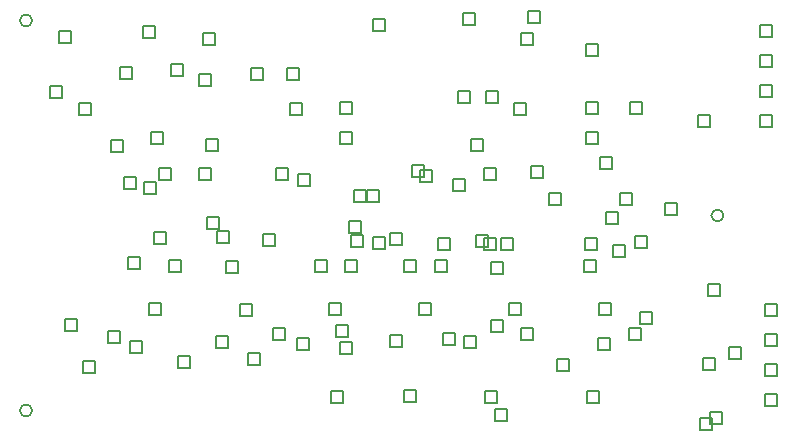
<source format=gbr>
%TF.GenerationSoftware,Altium Limited,Altium Designer,21.1.1 (26)*%
G04 Layer_Color=2752767*
%FSLAX26Y26*%
%MOIN*%
%TF.SameCoordinates,5075B572-C75D-40FD-B4B0-80468548393A*%
%TF.FilePolarity,Positive*%
%TF.FileFunction,Drawing*%
%TF.Part,Single*%
G01*
G75*
%TA.AperFunction,NonConductor*%
%ADD52C,0.005000*%
%ADD78C,0.006667*%
D52*
X2996920Y1426125D02*
Y1466125D01*
X3036920D01*
Y1426125D01*
X2996920D01*
X2856000Y1696000D02*
Y1736000D01*
X2896000D01*
Y1696000D01*
X2856000D01*
X835000Y2270000D02*
Y2310000D01*
X875000D01*
Y2270000D01*
X835000D01*
X1595000Y2145000D02*
Y2185000D01*
X1635000D01*
Y2145000D01*
X1595000D01*
X1772034Y1932598D02*
Y1972598D01*
X1812034D01*
Y1932598D01*
X1772034D01*
Y2034962D02*
Y2074962D01*
X1812034D01*
Y2034962D01*
X1772034D01*
X1817617Y1740617D02*
Y1780617D01*
X1857617D01*
Y1740617D01*
X1817617D01*
X1475000Y2145000D02*
Y2185000D01*
X1515000D01*
Y2145000D01*
X1475000D01*
X2682000Y1556500D02*
Y1596500D01*
X2722000D01*
Y1556500D01*
X2682000D01*
X2590000Y1580000D02*
Y1620000D01*
X2630000D01*
Y1580000D01*
X2590000D01*
X2375000Y1281117D02*
Y1321117D01*
X2415000D01*
Y1281117D01*
X2375000D01*
X2755000Y1585476D02*
Y1625476D01*
X2795000D01*
Y1585476D01*
X2755000D01*
X2659858Y1665500D02*
Y1705500D01*
X2699858D01*
Y1665500D01*
X2659858D01*
X2334416Y1362333D02*
Y1402333D01*
X2374416D01*
Y1362333D01*
X2334416D01*
X2275000Y1305000D02*
Y1345000D01*
X2315000D01*
Y1305000D01*
X2275000D01*
X2090000Y1508000D02*
Y1548000D01*
X2130000D01*
Y1508000D01*
X2090000D01*
X2034562Y1362333D02*
Y1402333D01*
X2074562D01*
Y1362333D01*
X2034562D01*
X855824Y1310552D02*
Y1350552D01*
X895824D01*
Y1310552D01*
X855824D01*
X1072063Y1236897D02*
Y1276897D01*
X1112063D01*
Y1236897D01*
X1072063D01*
X805000Y2085000D02*
Y2125000D01*
X845000D01*
Y2085000D01*
X805000D01*
X1120000Y1765000D02*
Y1805000D01*
X1160000D01*
Y1765000D01*
X1120000D01*
X2634268Y1362333D02*
Y1402333D01*
X2674268D01*
Y1362333D01*
X2634268D01*
X1803368Y1637159D02*
Y1677159D01*
X1843368D01*
Y1637159D01*
X1803368D01*
X1734708Y1362333D02*
Y1402333D01*
X1774708D01*
Y1362333D01*
X1734708D01*
X2495000Y1175000D02*
Y1215000D01*
X2535000D01*
Y1175000D01*
X2495000D01*
X2735000Y1281117D02*
Y1321117D01*
X2775000D01*
Y1281117D01*
X2735000D01*
X2631279Y1246236D02*
Y1286236D01*
X2671279D01*
Y1246236D01*
X2631279D01*
X2585000Y1505000D02*
Y1545000D01*
X2625000D01*
Y1505000D01*
X2585000D01*
X2275205Y1499535D02*
Y1539535D01*
X2315205D01*
Y1499535D01*
X2275205D01*
X2310000Y1581500D02*
Y1621500D01*
X2350000D01*
Y1581500D01*
X2310000D01*
X2251761Y1812658D02*
Y1852658D01*
X2291761D01*
Y1812658D01*
X2251761D01*
X2253162Y1578488D02*
Y1618488D01*
X2293162D01*
Y1578488D01*
X2253162D01*
X2226500Y1591000D02*
Y1631000D01*
X2266500D01*
Y1591000D01*
X2226500D01*
X2011088Y1824525D02*
Y1864525D01*
X2051088D01*
Y1824525D01*
X2011088D01*
X2039000Y1806000D02*
Y1846000D01*
X2079000D01*
Y1806000D01*
X2039000D01*
X1302000Y1812000D02*
Y1852000D01*
X1342000D01*
Y1812000D01*
X1302000D01*
X1168917Y1812469D02*
Y1852469D01*
X1208917D01*
Y1812469D01*
X1168917D01*
X1629500Y1245779D02*
Y1285779D01*
X1669500D01*
Y1245779D01*
X1629500D01*
X1550000Y1281117D02*
Y1321117D01*
X1590000D01*
Y1281117D01*
X1550000D01*
X2705000Y1730000D02*
Y1770000D01*
X2745000D01*
Y1730000D01*
X2705000D01*
X1438500Y1361254D02*
Y1401254D01*
X1478500D01*
Y1361254D01*
X1438500D01*
X1135000Y1362333D02*
Y1402333D01*
X1175000D01*
Y1362333D01*
X1135000D01*
X915070Y1169854D02*
Y1209854D01*
X955070D01*
Y1169854D01*
X915070D01*
X1771466Y1232258D02*
Y1272258D01*
X1811466D01*
Y1232258D01*
X1771466D01*
X1940000Y1255000D02*
Y1295000D01*
X1980000D01*
Y1255000D01*
X1940000D01*
X2113634Y1264085D02*
Y1304085D01*
X2153634D01*
Y1264085D01*
X2113634D01*
X2184373Y1253558D02*
Y1293558D01*
X2224373D01*
Y1253558D01*
X2184373D01*
X3067842Y1215224D02*
Y1255224D01*
X3107842D01*
Y1215224D01*
X3067842D01*
X2983000Y1181000D02*
Y1221000D01*
X3023000D01*
Y1181000D01*
X2983000D01*
X2163711Y2070641D02*
Y2110641D01*
X2203711D01*
Y2070641D01*
X2163711D01*
X2100000Y1580000D02*
Y1620000D01*
X2140000D01*
Y1580000D01*
X2100000D01*
X1985000Y1505000D02*
Y1545000D01*
X2025000D01*
Y1505000D01*
X1985000D01*
X1690000D02*
Y1545000D01*
X1730000D01*
Y1505000D01*
X1690000D01*
X1464174Y1195000D02*
Y1235000D01*
X1504174D01*
Y1195000D01*
X1464174D01*
X1360000Y1253560D02*
Y1293560D01*
X1400000D01*
Y1253560D01*
X1360000D01*
X1233342Y1185866D02*
Y1225866D01*
X1273342D01*
Y1185866D01*
X1233342D01*
X1391215Y1504822D02*
Y1544822D01*
X1431215D01*
Y1504822D01*
X1391215D01*
X998901Y1268988D02*
Y1308988D01*
X1038901D01*
Y1268988D01*
X998901D01*
X1300340Y2126500D02*
Y2166500D01*
X1340340D01*
Y2126500D01*
X1300340D01*
X1210000Y2160000D02*
Y2200000D01*
X1250000D01*
Y2160000D01*
X1210000D01*
X1038808Y2150000D02*
Y2190000D01*
X1078808D01*
Y2150000D01*
X1038808D01*
X1053000Y1782000D02*
Y1822000D01*
X1093000D01*
Y1782000D01*
X1053000D01*
X1010000Y1905000D02*
Y1945000D01*
X1050000D01*
Y1905000D01*
X1010000D01*
X902152Y2031207D02*
Y2071207D01*
X942152D01*
Y2031207D01*
X902152D01*
X1605000Y2030000D02*
Y2070000D01*
X1645000D01*
Y2030000D01*
X1605000D01*
X1325000Y1910000D02*
Y1950000D01*
X1365000D01*
Y1910000D01*
X1325000D01*
X1115000Y2285000D02*
Y2325000D01*
X1155000D01*
Y2285000D01*
X1115000D01*
X1064777Y1518049D02*
Y1558049D01*
X1104777D01*
Y1518049D01*
X1064777D01*
X3005150Y1001535D02*
Y1041535D01*
X3045150D01*
Y1001535D01*
X3005150D01*
X2973237Y980815D02*
Y1020815D01*
X3013237D01*
Y980815D01*
X2973237D01*
X3186824Y1360000D02*
Y1400000D01*
X3226824D01*
Y1360000D01*
X3186824D01*
X2771000Y1334000D02*
Y1374000D01*
X2811000D01*
Y1334000D01*
X2771000D01*
X3186824Y1260000D02*
Y1300000D01*
X3226824D01*
Y1260000D01*
X3186824D01*
Y1160000D02*
Y1200000D01*
X3226824D01*
Y1160000D01*
X3186824D01*
Y1060000D02*
Y1100000D01*
X3226824D01*
Y1060000D01*
X3186824D01*
X2966500Y1990238D02*
Y2030238D01*
X3006500D01*
Y1990238D01*
X2966500D01*
X3171824Y2290238D02*
Y2330238D01*
X3211824D01*
Y2290238D01*
X3171824D01*
Y2090238D02*
Y2130238D01*
X3211824D01*
Y2090238D01*
X3171824D01*
Y1990238D02*
Y2030238D01*
X3211824D01*
Y1990238D01*
X3171824D01*
Y2190238D02*
Y2230238D01*
X3211824D01*
Y2190238D01*
X3171824D01*
X1328015Y1650090D02*
Y1690090D01*
X1368015D01*
Y1650090D01*
X1328015D01*
X1633000Y1791772D02*
Y1831772D01*
X1673000D01*
Y1791772D01*
X1633000D01*
X1986594Y1073978D02*
Y1113978D01*
X2026594D01*
Y1073978D01*
X1986594D01*
X1515405Y1593639D02*
Y1633639D01*
X1555405D01*
Y1593639D01*
X1515405D01*
X1362034Y1603820D02*
Y1643820D01*
X1402034D01*
Y1603820D01*
X1362034D01*
X2260000Y2071000D02*
Y2111000D01*
X2300000D01*
Y2071000D01*
X2260000D01*
X2287000Y1011000D02*
Y1051000D01*
X2327000D01*
Y1011000D01*
X2287000D01*
X1202000Y1508000D02*
Y1548000D01*
X1242000D01*
Y1508000D01*
X1202000D01*
X1807000Y1591000D02*
Y1631000D01*
X1847000D01*
Y1591000D01*
X1807000D01*
X1788000Y1507402D02*
Y1547402D01*
X1828000D01*
Y1507402D01*
X1788000D01*
X1559500Y1813000D02*
Y1853000D01*
X1599500D01*
Y1813000D01*
X1559500D01*
X1938000Y1595000D02*
Y1635000D01*
X1978000D01*
Y1595000D01*
X1938000D01*
X1882000Y1584000D02*
Y1624000D01*
X1922000D01*
Y1584000D01*
X1882000D01*
X2409000Y1820000D02*
Y1860000D01*
X2449000D01*
Y1820000D01*
X2409000D01*
X1863222Y1740592D02*
Y1780592D01*
X1903222D01*
Y1740592D01*
X1863222D01*
X2398000Y2335000D02*
Y2375000D01*
X2438000D01*
Y2335000D01*
X2398000D01*
X2640000Y1851000D02*
Y1891000D01*
X2680000D01*
Y1851000D01*
X2640000D01*
X2182000Y2331000D02*
Y2371000D01*
X2222000D01*
Y2331000D01*
X2182000D01*
X2147966Y1775000D02*
Y1815000D01*
X2187966D01*
Y1775000D01*
X2147966D01*
X1758000Y1291000D02*
Y1331000D01*
X1798000D01*
Y1291000D01*
X1758000D01*
X1315972Y2262812D02*
Y2302812D01*
X1355972D01*
Y2262812D01*
X1315972D01*
X2595790Y1070042D02*
Y1110042D01*
X2635790D01*
Y1070042D01*
X2595790D01*
X1881772Y2308872D02*
Y2348872D01*
X1921772D01*
Y2308872D01*
X1881772D01*
X2592966Y2034962D02*
Y2074962D01*
X2632966D01*
Y2034962D01*
X2592966D01*
X2590368Y2226654D02*
Y2266654D01*
X2630368D01*
Y2226654D01*
X2590368D01*
X1152966Y1598818D02*
Y1638818D01*
X1192966D01*
Y1598818D01*
X1152966D01*
X1740348Y1070042D02*
Y1110042D01*
X1780348D01*
Y1070042D01*
X1740348D01*
X1142966Y1932598D02*
Y1972598D01*
X1182966D01*
Y1932598D01*
X1142966D01*
X2253614Y1070042D02*
Y1110042D01*
X2293614D01*
Y1070042D01*
X2253614D01*
X2207034Y1908978D02*
Y1948978D01*
X2247034D01*
Y1908978D01*
X2207034D01*
X2469934Y1731024D02*
Y1771024D01*
X2509934D01*
Y1731024D01*
X2469934D01*
X2352034Y2031026D02*
Y2071026D01*
X2392034D01*
Y2031026D01*
X2352034D01*
X2592966Y1932598D02*
Y1972598D01*
X2632966D01*
Y1932598D01*
X2592966D01*
X2374028Y2264056D02*
Y2304056D01*
X2414028D01*
Y2264056D01*
X2374028D01*
X2737966Y2034962D02*
Y2074962D01*
X2777966D01*
Y2034962D01*
X2737966D01*
D78*
X745000Y1045000D02*
G03*
X745000Y1045000I-20000J0D01*
G01*
Y2345000D02*
G03*
X745000Y2345000I-20000J0D01*
G01*
X3050000Y1695000D02*
G03*
X3050000Y1695000I-20000J0D01*
G01*
%TF.MD5,042eeffc8da31bd4fed246218f797b2b*%
M02*

</source>
